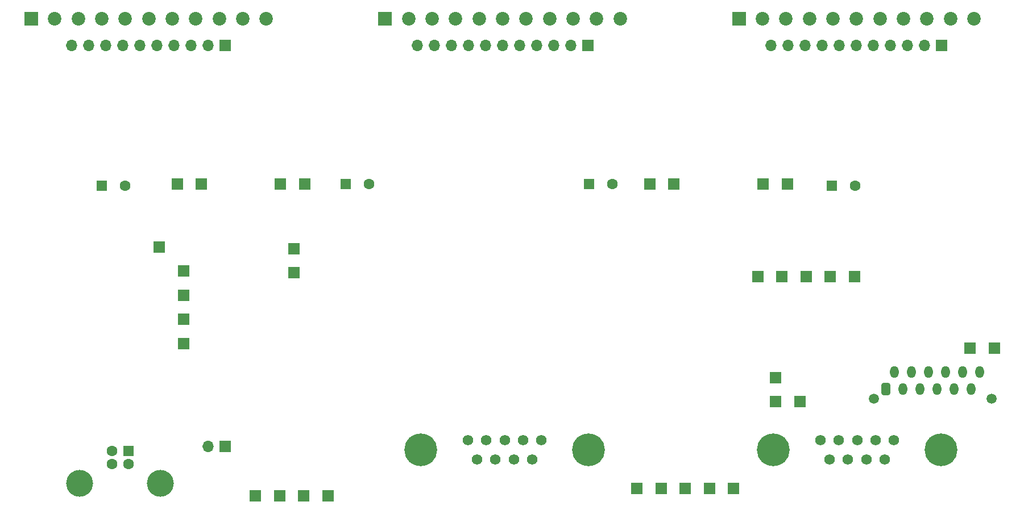
<source format=gbs>
G04 #@! TF.GenerationSoftware,KiCad,Pcbnew,8.0.8*
G04 #@! TF.CreationDate,2025-02-25T19:49:03+01:00*
G04 #@! TF.ProjectId,Overlord,4f766572-6c6f-4726-942e-6b696361645f,rev?*
G04 #@! TF.SameCoordinates,Original*
G04 #@! TF.FileFunction,Soldermask,Bot*
G04 #@! TF.FilePolarity,Negative*
%FSLAX46Y46*%
G04 Gerber Fmt 4.6, Leading zero omitted, Abs format (unit mm)*
G04 Created by KiCad (PCBNEW 8.0.8) date 2025-02-25 19:49:03*
%MOMM*%
%LPD*%
G01*
G04 APERTURE LIST*
G04 Aperture macros list*
%AMRoundRect*
0 Rectangle with rounded corners*
0 $1 Rounding radius*
0 $2 $3 $4 $5 $6 $7 $8 $9 X,Y pos of 4 corners*
0 Add a 4 corners polygon primitive as box body*
4,1,4,$2,$3,$4,$5,$6,$7,$8,$9,$2,$3,0*
0 Add four circle primitives for the rounded corners*
1,1,$1+$1,$2,$3*
1,1,$1+$1,$4,$5*
1,1,$1+$1,$6,$7*
1,1,$1+$1,$8,$9*
0 Add four rect primitives between the rounded corners*
20,1,$1+$1,$2,$3,$4,$5,0*
20,1,$1+$1,$4,$5,$6,$7,0*
20,1,$1+$1,$6,$7,$8,$9,0*
20,1,$1+$1,$8,$9,$2,$3,0*%
G04 Aperture macros list end*
%ADD10R,1.700000X1.700000*%
%ADD11C,1.500000*%
%ADD12RoundRect,0.250000X0.400000X-0.650000X0.400000X0.650000X-0.400000X0.650000X-0.400000X-0.650000X0*%
%ADD13O,1.300000X1.800000*%
%ADD14R,2.025000X2.025000*%
%ADD15C,2.025000*%
%ADD16O,1.700000X1.700000*%
%ADD17R,1.600000X1.600000*%
%ADD18C,1.600000*%
%ADD19C,4.000000*%
%ADD20C,1.562000*%
%ADD21C,4.877000*%
G04 APERTURE END LIST*
D10*
X72050000Y-69350000D03*
D11*
X158400000Y-88180000D03*
X175970000Y-88180000D03*
D12*
X160200000Y-86700000D03*
D13*
X161470000Y-84160000D03*
X162740000Y-86700000D03*
X164010000Y-84160000D03*
X165279999Y-86700000D03*
X166550000Y-84160000D03*
X167820000Y-86700000D03*
X169090000Y-84160000D03*
X170360000Y-86700000D03*
X171630000Y-84160000D03*
X172900000Y-86700000D03*
X174170000Y-84160000D03*
D10*
X133950000Y-101550000D03*
X55650000Y-76300000D03*
X148350000Y-69950000D03*
D14*
X85650000Y-31500000D03*
D15*
X89150000Y-31500000D03*
X92650000Y-31500000D03*
X96150000Y-31500000D03*
X99650000Y-31500000D03*
X103150000Y-31500000D03*
X106650000Y-31500000D03*
X110150000Y-31500000D03*
X113650000Y-31500000D03*
X117150000Y-31500000D03*
X120650000Y-31500000D03*
D10*
X73650000Y-56100000D03*
X73550000Y-102650000D03*
X126750000Y-101550000D03*
X115850000Y-35500000D03*
D16*
X113310000Y-35500000D03*
X110770001Y-35500000D03*
X108230000Y-35500000D03*
X105690000Y-35500000D03*
X103150000Y-35500000D03*
X100610000Y-35500000D03*
X98069999Y-35500000D03*
X95530000Y-35500000D03*
X92990000Y-35500000D03*
X90450000Y-35500000D03*
D17*
X79750000Y-56150000D03*
D18*
X83250000Y-56150000D03*
D10*
X61875000Y-35500000D03*
D16*
X59335000Y-35500000D03*
X56795001Y-35500000D03*
X54255000Y-35500000D03*
X51715000Y-35500000D03*
X49175000Y-35500000D03*
X46635000Y-35500000D03*
X44094999Y-35500000D03*
X41555000Y-35500000D03*
X39015000Y-35500000D03*
D10*
X155550000Y-69950000D03*
X55650000Y-72700000D03*
X176350000Y-80600000D03*
X123150000Y-101550000D03*
X141150000Y-69950000D03*
X172749999Y-80600000D03*
X147400000Y-88600000D03*
D17*
X43450000Y-56400000D03*
D18*
X46950000Y-56400000D03*
D10*
X58300000Y-56100000D03*
D17*
X47450000Y-95890000D03*
D18*
X44950000Y-95890000D03*
X44950000Y-97890000D03*
X47450000Y-97890000D03*
D19*
X52200000Y-100750000D03*
X40200000Y-100750000D03*
D10*
X66350000Y-102650000D03*
X137550000Y-101550000D03*
D17*
X115997349Y-56150000D03*
D18*
X119497349Y-56150000D03*
D10*
X130350000Y-101550000D03*
X55650000Y-79900000D03*
X151950000Y-69950000D03*
X77149999Y-102650000D03*
X54700000Y-56100000D03*
X128650000Y-56100000D03*
X70050000Y-56100000D03*
X69950001Y-102650000D03*
X168550000Y-35500000D03*
D16*
X166010000Y-35500000D03*
X163470001Y-35500000D03*
X160930000Y-35500000D03*
X158390000Y-35500000D03*
X155850000Y-35500000D03*
X153310000Y-35500000D03*
X150769999Y-35500000D03*
X148230000Y-35500000D03*
X145690000Y-35500000D03*
X143150000Y-35500000D03*
D20*
X161436000Y-94355000D03*
X158693000Y-94355000D03*
X155950000Y-94355000D03*
X153207000Y-94355000D03*
X150464000Y-94355000D03*
X160065000Y-97200000D03*
X157322000Y-97200000D03*
X154578000Y-97200000D03*
X151835000Y-97200000D03*
D21*
X168447000Y-95778000D03*
X143453000Y-95778000D03*
D14*
X138350000Y-31500000D03*
D15*
X141850000Y-31500000D03*
X145350000Y-31500000D03*
X148850000Y-31500000D03*
X152350000Y-31500000D03*
X155850000Y-31500000D03*
X159350000Y-31500000D03*
X162850000Y-31500000D03*
X166350000Y-31500000D03*
X169850000Y-31500000D03*
X173350000Y-31500000D03*
D10*
X145550000Y-56100000D03*
D14*
X32950000Y-31500000D03*
D15*
X36450000Y-31500000D03*
X39950000Y-31500000D03*
X43450000Y-31500000D03*
X46950000Y-31500000D03*
X50450000Y-31500000D03*
X53950000Y-31500000D03*
X57450000Y-31500000D03*
X60950000Y-31500000D03*
X64450000Y-31500000D03*
X67950000Y-31500000D03*
D17*
X152150000Y-56400000D03*
D18*
X155650000Y-56400000D03*
D10*
X141950000Y-56100000D03*
X72050000Y-65750000D03*
X144750000Y-69950000D03*
X125050001Y-56100000D03*
X52050000Y-65500000D03*
X143800000Y-88600000D03*
D20*
X108936000Y-94355000D03*
X106193000Y-94355000D03*
X103450000Y-94355000D03*
X100707000Y-94355000D03*
X97964000Y-94355000D03*
X107565000Y-97200000D03*
X104822000Y-97200000D03*
X102078000Y-97200000D03*
X99335000Y-97200000D03*
D21*
X115947000Y-95778000D03*
X90953000Y-95778000D03*
D10*
X143800000Y-85000000D03*
X61875000Y-95250000D03*
D16*
X59335000Y-95250000D03*
D10*
X55650000Y-69100000D03*
M02*

</source>
